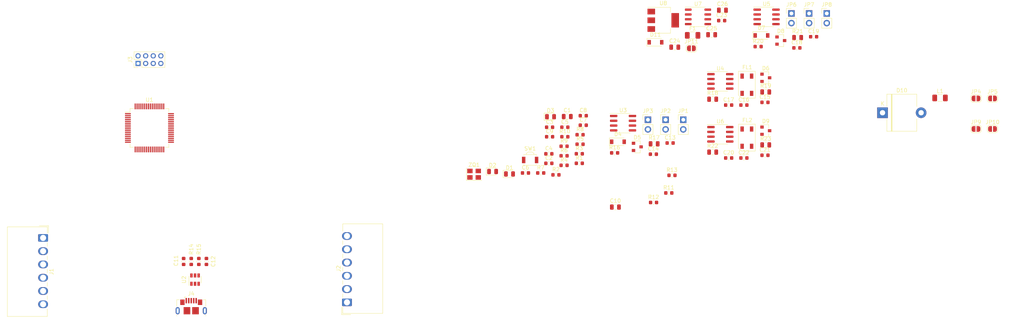
<source format=kicad_pcb>
(kicad_pcb (version 20171130) (host pcbnew 5.1.7-a382d34a8~88~ubuntu20.04.1)
  (layers (0 F.Cu signal) (31 B.Cu signal) (34 B.Paste user) (35 F.Paste user) (36 B.SilkS user) (37 F.SilkS user) (38 B.Mask user) (39 F.Mask user) (44 Edge.Cuts user))
  (net 0 "")
  (net 1 GND)
  (net 2 RESET)
  (net 3 HFQ1)
  (net 4 "Net-(C3-Pad1)")
  (net 5 +3V3)
  (net 6 +5V)
  (net 7 USB-)
  (net 8 USB+)
  (net 9 "Net-(C13-Pad1)")
  (net 10 "Net-(C14-Pad1)")
  (net 11 "Net-(C15-Pad1)")
  (net 12 CAN1_L)
  (net 13 CAN1_H)
  (net 14 "Net-(C18-Pad1)")
  (net 15 "Net-(C19-Pad1)")
  (net 16 "Net-(C20-Pad1)")
  (net 17 CAN2_L)
  (net 18 CAN2_H)
  (net 19 "Net-(C23-Pad1)")
  (net 20 "Net-(D1-Pad2)")
  (net 21 "Net-(D2-Pad2)")
  (net 22 "Net-(D3-Pad2)")
  (net 23 "Net-(D4-Pad2)")
  (net 24 "Net-(D4-Pad1)")
  (net 25 LIN1)
  (net 26 "Net-(D5-Pad1)")
  (net 27 "Net-(D7-Pad2)")
  (net 28 "Net-(D7-Pad1)")
  (net 29 LIN2)
  (net 30 "Net-(D8-Pad1)")
  (net 31 ECU)
  (net 32 "Net-(D10-Pad1)")
  (net 33 "Net-(FL1-Pad1)")
  (net 34 "Net-(FL1-Pad2)")
  (net 35 "Net-(FL2-Pad1)")
  (net 36 "Net-(FL2-Pad2)")
  (net 37 "Net-(J3-Pad7)")
  (net 38 "Net-(J3-Pad6)")
  (net 39 "Net-(J3-Pad5)")
  (net 40 "Net-(J3-Pad4)")
  (net 41 "Net-(J3-Pad3)")
  (net 42 /CORE/sheet600A49FA/usb1+)
  (net 43 /CORE/sheet600A49FA/usb1-)
  (net 44 "Net-(JP3-Pad1)")
  (net 45 "Net-(JP8-Pad1)")
  (net 46 "Net-(JP11-Pad2)")
  (net 47 LED1)
  (net 48 LED2)
  (net 49 LED3)
  (net 50 HFQ2)
  (net 51 SWCLK)
  (net 52 SWO)
  (net 53 SWDIO)
  (net 54 DBG_TX)
  (net 55 DBG_RX)
  (net 56 VBUS)
  (net 57 /CORE/sheet600A49FA/usb2+)
  (net 58 DISC)
  (net 59 /CORE/sheet600A49FA/usb2-)
  (net 60 /CORE/LIN1_RX)
  (net 61 "Net-(JP4-Pad2)")
  (net 62 "Net-(JP5-Pad2)")
  (net 63 /CORE/LIN2_RX)
  (net 64 "Net-(JP9-Pad2)")
  (net 65 "Net-(JP10-Pad2)")
  (net 66 /CORE/CAN1_TX)
  (net 67 /CORE/CAN1_RX)
  (net 68 /CORE/LIN2_TX)
  (net 69 /CORE/~LIN2_SLP)
  (net 70 "Net-(U1-Pad56)")
  (net 71 "Net-(U1-Pad54)")
  (net 72 "Net-(U1-Pad53)")
  (net 73 "Net-(U1-Pad52)")
  (net 74 "Net-(U1-Pad51)")
  (net 75 "Net-(U1-Pad50)")
  (net 76 "Net-(U1-Pad40)")
  (net 77 "Net-(U1-Pad39)")
  (net 78 "Net-(U1-Pad38)")
  (net 79 "Net-(U1-Pad37)")
  (net 80 "Net-(U1-Pad36)")
  (net 81 /CORE/CAN2_STB)
  (net 82 /CORE/CAN2_TX)
  (net 83 /CORE/CAN2_RX)
  (net 84 "Net-(U1-Pad30)")
  (net 85 /CORE/CAN1_STB)
  (net 86 "Net-(U1-Pad28)")
  (net 87 "Net-(U1-Pad27)")
  (net 88 "Net-(U1-Pad26)")
  (net 89 "Net-(U1-Pad25)")
  (net 90 "Net-(U1-Pad24)")
  (net 91 "Net-(U1-Pad23)")
  (net 92 "Net-(U1-Pad22)")
  (net 93 "Net-(U1-Pad21)")
  (net 94 "Net-(U1-Pad20)")
  (net 95 /CORE/LIN1_TX)
  (net 96 /CORE/~LIN1_SLP)
  (net 97 "Net-(U1-Pad11)")
  (net 98 "Net-(U1-Pad4)")
  (net 99 "Net-(U1-Pad3)")
  (net 100 "Net-(U1-Pad2)")
  (net 101 "Net-(U3-Pad3)")
  (net 102 "Net-(U5-Pad3)")
  (net 103 "Net-(D11-Pad2)")
  (module Inductor_SMD:L_1206_3216Metric (layer F.Cu) (at 307.14 41.1)
    (fp_text reference L1 (at 0 -1.82) (layer F.SilkS))
    (fp_text value L_Core_Iron)
    (pad 2 smd roundrect (at 1.4 0) (size 1.25 1.75) (layers F.Cu F.Paste F.Mask) (roundrect_rratio 0.2) (net 103 "Net-(D11-Pad2)"))
    (pad 1 smd roundrect (at -1.4 0) (size 1.25 1.75) (layers F.Cu F.Paste F.Mask) (roundrect_rratio 0.2) (net 32 "Net-(D10-Pad1)"))
  )
  (module Jumper:SolderJumper-2_P1.3mm_Open_RoundedPad1.0x1.5mm (layer F.Cu) (at 320.96 49.27)
    (fp_text reference JP10 (at 0 -1.8) (layer F.SilkS))
    (fp_text value SolderJumper_2_Open)
    (pad 2 smd custom (at 0.65 0) (size 1 0.5) (layers F.Cu F.Mask) (net 65 "Net-(JP10-Pad2)") (options (clearance outline) (anchor rect)) (primitives (gr_circle (center 0 0.25) (end 0.5 0.25) (width 0)) (gr_circle (center 0 -0.25) (end 0.5 -0.25) (width 0)) (gr_poly (pts (xy 0 -0.75) (xy -0.5 -0.75) (xy -0.5 0.75) (xy 0 0.75)) (width 0))))
    (pad 1 smd custom (at -0.65 0) (size 1 0.5) (layers F.Cu F.Mask) (net 35 "Net-(FL2-Pad1)") (options (clearance outline) (anchor rect)) (primitives (gr_circle (center 0 0.25) (end 0.5 0.25) (width 0)) (gr_circle (center 0 -0.25) (end 0.5 -0.25) (width 0)) (gr_poly (pts (xy 0 -0.75) (xy 0.5 -0.75) (xy 0.5 0.75) (xy 0 0.75)) (width 0))))
  )
  (module Jumper:SolderJumper-2_P1.3mm_Open_RoundedPad1.0x1.5mm (layer F.Cu) (at 316.61 49.27)
    (fp_text reference JP9 (at 0 -1.8) (layer F.SilkS))
    (fp_text value SolderJumper_2_Open)
    (pad 2 smd custom (at 0.65 0) (size 1 0.5) (layers F.Cu F.Mask) (net 64 "Net-(JP9-Pad2)") (options (clearance outline) (anchor rect)) (primitives (gr_circle (center 0 0.25) (end 0.5 0.25) (width 0)) (gr_circle (center 0 -0.25) (end 0.5 -0.25) (width 0)) (gr_poly (pts (xy 0 -0.75) (xy -0.5 -0.75) (xy -0.5 0.75) (xy 0 0.75)) (width 0))))
    (pad 1 smd custom (at -0.65 0) (size 1 0.5) (layers F.Cu F.Mask) (net 36 "Net-(FL2-Pad2)") (options (clearance outline) (anchor rect)) (primitives (gr_circle (center 0 0.25) (end 0.5 0.25) (width 0)) (gr_circle (center 0 -0.25) (end 0.5 -0.25) (width 0)) (gr_poly (pts (xy 0 -0.75) (xy 0.5 -0.75) (xy 0.5 0.75) (xy 0 0.75)) (width 0))))
  )
  (module Jumper:SolderJumper-2_P1.3mm_Open_RoundedPad1.0x1.5mm (layer F.Cu) (at 320.96 41.23)
    (fp_text reference JP5 (at 0 -1.8) (layer F.SilkS))
    (fp_text value SolderJumper_2_Open)
    (pad 2 smd custom (at 0.65 0) (size 1 0.5) (layers F.Cu F.Mask) (net 62 "Net-(JP5-Pad2)") (options (clearance outline) (anchor rect)) (primitives (gr_circle (center 0 0.25) (end 0.5 0.25) (width 0)) (gr_circle (center 0 -0.25) (end 0.5 -0.25) (width 0)) (gr_poly (pts (xy 0 -0.75) (xy -0.5 -0.75) (xy -0.5 0.75) (xy 0 0.75)) (width 0))))
    (pad 1 smd custom (at -0.65 0) (size 1 0.5) (layers F.Cu F.Mask) (net 33 "Net-(FL1-Pad1)") (options (clearance outline) (anchor rect)) (primitives (gr_circle (center 0 0.25) (end 0.5 0.25) (width 0)) (gr_circle (center 0 -0.25) (end 0.5 -0.25) (width 0)) (gr_poly (pts (xy 0 -0.75) (xy 0.5 -0.75) (xy 0.5 0.75) (xy 0 0.75)) (width 0))))
  )
  (module Jumper:SolderJumper-2_P1.3mm_Open_RoundedPad1.0x1.5mm (layer F.Cu) (at 316.61 41.23)
    (fp_text reference JP4 (at 0 -1.8) (layer F.SilkS))
    (fp_text value SolderJumper_2_Open)
    (pad 2 smd custom (at 0.65 0) (size 1 0.5) (layers F.Cu F.Mask) (net 61 "Net-(JP4-Pad2)") (options (clearance outline) (anchor rect)) (primitives (gr_circle (center 0 0.25) (end 0.5 0.25) (width 0)) (gr_circle (center 0 -0.25) (end 0.5 -0.25) (width 0)) (gr_poly (pts (xy 0 -0.75) (xy -0.5 -0.75) (xy -0.5 0.75) (xy 0 0.75)) (width 0))))
    (pad 1 smd custom (at -0.65 0) (size 1 0.5) (layers F.Cu F.Mask) (net 34 "Net-(FL1-Pad2)") (options (clearance outline) (anchor rect)) (primitives (gr_circle (center 0 0.25) (end 0.5 0.25) (width 0)) (gr_circle (center 0 -0.25) (end 0.5 -0.25) (width 0)) (gr_poly (pts (xy 0 -0.75) (xy 0.5 -0.75) (xy 0.5 0.75) (xy 0 0.75)) (width 0))))
  )
  (module Diode_THT:D_5KP_P10.16mm_Horizontal (layer F.Cu) (at 292 45)
    (fp_text reference D10 (at 5.08 -5.885) (layer F.SilkS))
    (fp_text value 5KP15CA)
    (fp_text user K (at 0 -2.4) (layer F.SilkS))
    (pad 2 thru_hole oval (at 10.16 0) (size 2.8 2.8) (drill 1.4) (layers *.Cu *.Mask) (net 1 GND))
    (pad 1 thru_hole rect (at 0 0) (size 2.8 2.8) (drill 1.4) (layers *.Cu *.Mask) (net 32 "Net-(D10-Pad1)"))
  )
  (module Crystal:Crystal_SMD_3225-4Pin_3.2x2.5mm (layer F.Cu) (at 184.47 61.2)
    (fp_text reference ZQ1 (at 0 -2.45) (layer F.SilkS))
    (fp_text value 8MHz)
    (pad 4 smd rect (at -1.1 -0.85) (size 1.4 1.2) (layers F.Cu F.Paste F.Mask) (net 1 GND))
    (pad 3 smd rect (at 1.1 -0.85) (size 1.4 1.2) (layers F.Cu F.Paste F.Mask) (net 4 "Net-(C3-Pad1)"))
    (pad 2 smd rect (at 1.1 0.85) (size 1.4 1.2) (layers F.Cu F.Paste F.Mask) (net 1 GND))
    (pad 1 smd rect (at -1.1 0.85) (size 1.4 1.2) (layers F.Cu F.Paste F.Mask) (net 3 HFQ1))
  )
  (module Package_TO_SOT_SMD:SOT-223-3_TabPin2 (layer F.Cu) (at 234.27 20.62)
    (fp_text reference U8 (at 0 -4.5) (layer F.SilkS))
    (fp_text value LM3940IMP-3.3)
    (pad 1 smd rect (at -3.15 -2.3) (size 2 1.5) (layers F.Cu F.Paste F.Mask) (net 6 +5V))
    (pad 3 smd rect (at -3.15 2.3) (size 2 1.5) (layers F.Cu F.Paste F.Mask) (net 5 +3V3))
    (pad 2 smd rect (at -3.15 0) (size 2 1.5) (layers F.Cu F.Paste F.Mask) (net 1 GND))
    (pad 2 smd rect (at 3.15 0) (size 2 3.8) (layers F.Cu F.Paste F.Mask) (net 1 GND))
  )
  (module Package_SO:SO-8_3.9x4.9mm_P1.27mm (layer F.Cu) (at 243.42 19.72)
    (fp_text reference U7 (at 0 -3.4) (layer F.SilkS))
    (fp_text value KF50BD-TR)
    (pad 8 smd roundrect (at 2.575 -1.905) (size 1.75 0.6) (layers F.Cu F.Paste F.Mask) (net 6 +5V))
    (pad 7 smd roundrect (at 2.575 -0.635) (size 1.75 0.6) (layers F.Cu F.Paste F.Mask) (net 1 GND))
    (pad 6 smd roundrect (at 2.575 0.635) (size 1.75 0.6) (layers F.Cu F.Paste F.Mask) (net 1 GND))
    (pad 5 smd roundrect (at 2.575 1.905) (size 1.75 0.6) (layers F.Cu F.Paste F.Mask) (net 46 "Net-(JP11-Pad2)"))
    (pad 4 smd roundrect (at -2.575 1.905) (size 1.75 0.6) (layers F.Cu F.Paste F.Mask) (net 1 GND))
    (pad 3 smd roundrect (at -2.575 0.635) (size 1.75 0.6) (layers F.Cu F.Paste F.Mask) (net 1 GND))
    (pad 2 smd roundrect (at -2.575 -0.635) (size 1.75 0.6) (layers F.Cu F.Paste F.Mask) (net 1 GND))
    (pad 1 smd roundrect (at -2.575 -1.905) (size 1.75 0.6) (layers F.Cu F.Paste F.Mask) (net 19 "Net-(C23-Pad1)"))
  )
  (module Package_SO:SOIC-8_3.9x4.9mm_P1.27mm (layer F.Cu) (at 249.3 50.68)
    (fp_text reference U6 (at 0 -3.4) (layer F.SilkS))
    (fp_text value TJA1051T-3)
    (pad 8 smd roundrect (at 2.475 -1.905) (size 1.95 0.6) (layers F.Cu F.Paste F.Mask) (net 81 /CORE/CAN2_STB))
    (pad 7 smd roundrect (at 2.475 -0.635) (size 1.95 0.6) (layers F.Cu F.Paste F.Mask) (net 35 "Net-(FL2-Pad1)"))
    (pad 6 smd roundrect (at 2.475 0.635) (size 1.95 0.6) (layers F.Cu F.Paste F.Mask) (net 36 "Net-(FL2-Pad2)"))
    (pad 5 smd roundrect (at 2.475 1.905) (size 1.95 0.6) (layers F.Cu F.Paste F.Mask) (net 5 +3V3))
    (pad 4 smd roundrect (at -2.475 1.905) (size 1.95 0.6) (layers F.Cu F.Paste F.Mask) (net 83 /CORE/CAN2_RX))
    (pad 3 smd roundrect (at -2.475 0.635) (size 1.95 0.6) (layers F.Cu F.Paste F.Mask) (net 6 +5V))
    (pad 2 smd roundrect (at -2.475 -0.635) (size 1.95 0.6) (layers F.Cu F.Paste F.Mask) (net 1 GND))
    (pad 1 smd roundrect (at -2.475 -1.905) (size 1.95 0.6) (layers F.Cu F.Paste F.Mask) (net 82 /CORE/CAN2_TX))
  )
  (module Package_SO:SOIC-8_3.9x4.9mm_P1.27mm (layer F.Cu) (at 261.47 19.72)
    (fp_text reference U5 (at 0 -3.4) (layer F.SilkS))
    (fp_text value TJA1020T)
    (pad 8 smd roundrect (at 2.475 -1.905) (size 1.95 0.6) (layers F.Cu F.Paste F.Mask) (net 27 "Net-(D7-Pad2)"))
    (pad 7 smd roundrect (at 2.475 -0.635) (size 1.95 0.6) (layers F.Cu F.Paste F.Mask) (net 31 ECU))
    (pad 6 smd roundrect (at 2.475 0.635) (size 1.95 0.6) (layers F.Cu F.Paste F.Mask) (net 29 LIN2))
    (pad 5 smd roundrect (at 2.475 1.905) (size 1.95 0.6) (layers F.Cu F.Paste F.Mask) (net 1 GND))
    (pad 4 smd roundrect (at -2.475 1.905) (size 1.95 0.6) (layers F.Cu F.Paste F.Mask) (net 68 /CORE/LIN2_TX))
    (pad 3 smd roundrect (at -2.475 0.635) (size 1.95 0.6) (layers F.Cu F.Paste F.Mask) (net 102 "Net-(U5-Pad3)"))
    (pad 2 smd roundrect (at -2.475 -0.635) (size 1.95 0.6) (layers F.Cu F.Paste F.Mask) (net 69 /CORE/~LIN2_SLP))
    (pad 1 smd roundrect (at -2.475 -1.905) (size 1.95 0.6) (layers F.Cu F.Paste F.Mask) (net 63 /CORE/LIN2_RX))
  )
  (module Package_SO:SOIC-8_3.9x4.9mm_P1.27mm (layer F.Cu) (at 249.3 36.73)
    (fp_text reference U4 (at 0 -3.4) (layer F.SilkS))
    (fp_text value TJA1051T-3)
    (pad 8 smd roundrect (at 2.475 -1.905) (size 1.95 0.6) (layers F.Cu F.Paste F.Mask) (net 85 /CORE/CAN1_STB))
    (pad 7 smd roundrect (at 2.475 -0.635) (size 1.95 0.6) (layers F.Cu F.Paste F.Mask) (net 33 "Net-(FL1-Pad1)"))
    (pad 6 smd roundrect (at 2.475 0.635) (size 1.95 0.6) (layers F.Cu F.Paste F.Mask) (net 34 "Net-(FL1-Pad2)"))
    (pad 5 smd roundrect (at 2.475 1.905) (size 1.95 0.6) (layers F.Cu F.Paste F.Mask) (net 5 +3V3))
    (pad 4 smd roundrect (at -2.475 1.905) (size 1.95 0.6) (layers F.Cu F.Paste F.Mask) (net 67 /CORE/CAN1_RX))
    (pad 3 smd roundrect (at -2.475 0.635) (size 1.95 0.6) (layers F.Cu F.Paste F.Mask) (net 6 +5V))
    (pad 2 smd roundrect (at -2.475 -0.635) (size 1.95 0.6) (layers F.Cu F.Paste F.Mask) (net 1 GND))
    (pad 1 smd roundrect (at -2.475 -1.905) (size 1.95 0.6) (layers F.Cu F.Paste F.Mask) (net 66 /CORE/CAN1_TX))
  )
  (module Package_SO:SOIC-8_3.9x4.9mm_P1.27mm (layer F.Cu) (at 223.69 47.75)
    (fp_text reference U3 (at 0 -3.4) (layer F.SilkS))
    (fp_text value TJA1020T)
    (pad 8 smd roundrect (at 2.475 -1.905) (size 1.95 0.6) (layers F.Cu F.Paste F.Mask) (net 23 "Net-(D4-Pad2)"))
    (pad 7 smd roundrect (at 2.475 -0.635) (size 1.95 0.6) (layers F.Cu F.Paste F.Mask) (net 31 ECU))
    (pad 6 smd roundrect (at 2.475 0.635) (size 1.95 0.6) (layers F.Cu F.Paste F.Mask) (net 25 LIN1))
    (pad 5 smd roundrect (at 2.475 1.905) (size 1.95 0.6) (layers F.Cu F.Paste F.Mask) (net 1 GND))
    (pad 4 smd roundrect (at -2.475 1.905) (size 1.95 0.6) (layers F.Cu F.Paste F.Mask) (net 95 /CORE/LIN1_TX))
    (pad 3 smd roundrect (at -2.475 0.635) (size 1.95 0.6) (layers F.Cu F.Paste F.Mask) (net 101 "Net-(U3-Pad3)"))
    (pad 2 smd roundrect (at -2.475 -0.635) (size 1.95 0.6) (layers F.Cu F.Paste F.Mask) (net 96 /CORE/~LIN1_SLP))
    (pad 1 smd roundrect (at -2.475 -1.905) (size 1.95 0.6) (layers F.Cu F.Paste F.Mask) (net 60 /CORE/LIN1_RX))
  )
  (module Package_TO_SOT_SMD:SOT-23-6 (layer F.Cu) (at 111 89 90)
    (fp_text reference U2 (at 0 -2.9 90) (layer F.SilkS))
    (fp_text value USBLC6-2SC6 hide)
    (pad 5 smd rect (at 1.1 0 90) (size 1.06 0.65) (layers F.Cu F.Paste F.Mask) (net 6 +5V))
    (pad 6 smd rect (at 1.1 -0.95 90) (size 1.06 0.65) (layers F.Cu F.Paste F.Mask) (net 57 /CORE/sheet600A49FA/usb2+))
    (pad 4 smd rect (at 1.1 0.95 90) (size 1.06 0.65) (layers F.Cu F.Paste F.Mask) (net 59 /CORE/sheet600A49FA/usb2-))
    (pad 3 smd rect (at -1.1 0.95 90) (size 1.06 0.65) (layers F.Cu F.Paste F.Mask) (net 43 /CORE/sheet600A49FA/usb1-))
    (pad 2 smd rect (at -1.1 0 90) (size 1.06 0.65) (layers F.Cu F.Paste F.Mask) (net 1 GND))
    (pad 1 smd rect (at -1.1 -0.95 90) (size 1.06 0.65) (layers F.Cu F.Paste F.Mask) (net 42 /CORE/sheet600A49FA/usb1+))
  )
  (module Package_QFP:LQFP-64_10x10mm_P0.5mm (layer F.Cu) (at 99 49)
    (fp_text reference U1 (at 0 -7.4) (layer F.SilkS))
    (fp_text value STM32F105RBTx)
    (pad 64 smd roundrect (at -3.75 -5.675) (size 0.3 1.55) (layers F.Cu F.Paste F.Mask) (net 5 +3V3))
    (pad 63 smd roundrect (at -3.25 -5.675) (size 0.3 1.55) (layers F.Cu F.Paste F.Mask) (net 1 GND))
    (pad 62 smd roundrect (at -2.75 -5.675) (size 0.3 1.55) (layers F.Cu F.Paste F.Mask) (net 66 /CORE/CAN1_TX))
    (pad 61 smd roundrect (at -2.25 -5.675) (size 0.3 1.55) (layers F.Cu F.Paste F.Mask) (net 67 /CORE/CAN1_RX))
    (pad 60 smd roundrect (at -1.75 -5.675) (size 0.3 1.55) (layers F.Cu F.Paste F.Mask) (net 1 GND))
    (pad 59 smd roundrect (at -1.25 -5.675) (size 0.3 1.55) (layers F.Cu F.Paste F.Mask) (net 63 /CORE/LIN2_RX))
    (pad 58 smd roundrect (at -0.75 -5.675) (size 0.3 1.55) (layers F.Cu F.Paste F.Mask) (net 68 /CORE/LIN2_TX))
    (pad 57 smd roundrect (at -0.25 -5.675) (size 0.3 1.55) (layers F.Cu F.Paste F.Mask) (net 69 /CORE/~LIN2_SLP))
    (pad 56 smd roundrect (at 0.25 -5.675) (size 0.3 1.55) (layers F.Cu F.Paste F.Mask) (net 70 "Net-(U1-Pad56)"))
    (pad 55 smd roundrect (at 0.75 -5.675) (size 0.3 1.55) (layers F.Cu F.Paste F.Mask) (net 52 SWO))
    (pad 54 smd roundrect (at 1.25 -5.675) (size 0.3 1.55) (layers F.Cu F.Paste F.Mask) (net 71 "Net-(U1-Pad54)"))
    (pad 53 smd roundrect (at 1.75 -5.675) (size 0.3 1.55) (layers F.Cu F.Paste F.Mask) (net 72 "Net-(U1-Pad53)"))
    (pad 52 smd roundrect (at 2.25 -5.675) (size 0.3 1.55) (layers F.Cu F.Paste F.Mask) (net 73 "Net-(U1-Pad52)"))
    (pad 51 smd roundrect (at 2.75 -5.675) (size 0.3 1.55) (layers F.Cu F.Paste F.Mask) (net 74 "Net-(U1-Pad51)"))
    (pad 50 smd roundrect (at 3.25 -5.675) (size 0.3 1.55) (layers F.Cu F.Paste F.Mask) (net 75 "Net-(U1-Pad50)"))
    (pad 49 smd roundrect (at 3.75 -5.675) (size 0.3 1.55) (layers F.Cu F.Paste F.Mask) (net 51 SWCLK))
    (pad 48 smd roundrect (at 5.675 -3.75) (size 1.55 0.3) (layers F.Cu F.Paste F.Mask) (net 5 +3V3))
    (pad 47 smd roundrect (at 5.675 -3.25) (size 1.55 0.3) (layers F.Cu F.Paste F.Mask) (net 1 GND))
    (pad 46 smd roundrect (at 5.675 -2.75) (size 1.55 0.3) (layers F.Cu F.Paste F.Mask) (net 53 SWDIO))
    (pad 45 smd roundrect (at 5.675 -2.25) (size 1.55 0.3) (layers F.Cu F.Paste F.Mask) (net 8 USB+))
    (pad 44 smd roundrect (at 5.675 -1.75) (size 1.55 0.3) (layers F.Cu F.Paste F.Mask) (net 7 USB-))
    (pad 43 smd roundrect (at 5.675 -1.25) (size 1.55 0.3) (layers F.Cu F.Paste F.Mask) (net 55 DBG_RX))
    (pad 42 smd roundrect (at 5.675 -0.75) (size 1.55 0.3) (layers F.Cu F.Paste F.Mask) (net 54 DBG_TX))
    (pad 41 smd roundrect (at 5.675 -0.25) (size 1.55 0.3) (layers F.Cu F.Paste F.Mask) (net 58 DISC))
    (pad 40 smd roundrect (at 5.675 0.25) (size 1.55 0.3) (layers F.Cu F.Paste F.Mask) (net 76 "Net-(U1-Pad40)"))
    (pad 39 smd roundrect (at 5.675 0.75) (size 1.55 0.3) (layers F.Cu F.Paste F.Mask) (net 77 "Net-(U1-Pad39)"))
    (pad 38 smd roundrect (at 5.675 1.25) (size 1.55 0.3) (layers F.Cu F.Paste F.Mask) (net 78 "Net-(U1-Pad38)"))
    (pad 37 smd roundrect (at 5.675 1.75) (size 1.55 0.3) (layers F.Cu F.Paste F.Mask) (net 79 "Net-(U1-Pad37)"))
    (pad 36 smd roundrect (at 5.675 2.25) (size 1.55 0.3) (layers F.Cu F.Paste F.Mask) (net 80 "Net-(U1-Pad36)"))
    (pad 35 smd roundrect (at 5.675 2.75) (size 1.55 0.3) (layers F.Cu F.Paste F.Mask) (net 81 /CORE/CAN2_STB))
    (pad 34 smd roundrect (at 5.675 3.25) (size 1.55 0.3) (layers F.Cu F.Paste F.Mask) (net 82 /CORE/CAN2_TX))
    (pad 33 smd roundrect (at 5.675 3.75) (size 1.55 0.3) (layers F.Cu F.Paste F.Mask) (net 83 /CORE/CAN2_RX))
    (pad 32 smd roundrect (at 3.75 5.675) (size 0.3 1.55) (layers F.Cu F.Paste F.Mask) (net 5 +3V3))
    (pad 31 smd roundrect (at 3.25 5.675) (size 0.3 1.55) (layers F.Cu F.Paste F.Mask) (net 1 GND))
    (pad 30 smd roundrect (at 2.75 5.675) (size 0.3 1.55) (layers F.Cu F.Paste F.Mask) (net 84 "Net-(U1-Pad30)"))
    (pad 29 smd roundrect (at 2.25 5.675) (size 0.3 1.55) (layers F.Cu F.Paste F.Mask) (net 85 /CORE/CAN1_STB))
    (pad 28 smd roundrect (at 1.75 5.675) (size 0.3 1.55) (layers F.Cu F.Paste F.Mask) (net 86 "Net-(U1-Pad28)"))
    (pad 27 smd roundrect (at 1.25 5.675) (size 0.3 1.55) (layers F.Cu F.Paste F.Mask) (net 87 "Net-(U1-Pad27)"))
    (pad 26 smd roundrect (at 0.75 5.675) (size 0.3 1.55) (layers F.Cu F.Paste F.Mask) (net 88 "Net-(U1-Pad26)"))
    (pad 25 smd roundrect (at 0.25 5.675) (size 0.3 1.55) (layers F.Cu F.Paste F.Mask) (net 89 "Net-(U1-Pad25)"))
    (pad 24 smd roundrect (at -0.25 5.675) (size 0.3 1.55) (layers F.Cu F.Paste F.Mask) (net 90 "Net-(U1-Pad24)"))
    (pad 23 smd roundrect (at -0.75 5.675) (size 0.3 1.55) (layers F.Cu F.Paste F.Mask) (net 91 "Net-(U1-Pad23)"))
    (pad 22 smd roundrect (at -1.25 5.675) (size 0.3 1.55) (layers F.Cu F.Paste F.Mask) (net 92 "Net-(U1-Pad22)"))
    (pad 21 smd roundrect (at -1.75 5.675) (size 0.3 1.55) (layers F.Cu F.Paste F.Mask) (net 93 "Net-(U1-Pad21)"))
    (pad 20 smd roundrect (at -2.25 5.675) (size 0.3 1.55) (layers F.Cu F.Paste F.Mask) (net 94 "Net-(U1-Pad20)"))
    (pad 19 smd roundrect (at -2.75 5.675) (size 0.3 1.55) (layers F.Cu F.Paste F.Mask) (net 5 +3V3))
    (pad 18 smd roundrect (at -3.25 5.675) (size 0.3 1.55) (layers F.Cu F.Paste F.Mask) (net 1 GND))
    (pad 17 smd roundrect (at -3.75 5.675) (size 0.3 1.55) (layers F.Cu F.Paste F.Mask) (net 60 /CORE/LIN1_RX))
    (pad 16 smd roundrect (at -5.675 3.75) (size 1.55 0.3) (layers F.Cu F.Paste F.Mask) (net 95 /CORE/LIN1_TX))
    (pad 15 smd roundrect (at -5.675 3.25) (size 1.55 0.3) (layers F.Cu F.Paste F.Mask) (net 96 /CORE/~LIN1_SLP))
    (pad 14 smd roundrect (at -5.675 2.75) (size 1.55 0.3) (layers F.Cu F.Paste F.Mask) (net 56 VBUS))
    (pad 13 smd roundrect (at -5.675 2.25) (size 1.55 0.3) (layers F.Cu F.Paste F.Mask) (net 5 +3V3))
    (pad 12 smd roundrect (at -5.675 1.75) (size 1.55 0.3) (layers F.Cu F.Paste F.Mask) (net 1 GND))
    (pad 11 smd roundrect (at -5.675 1.25) (size 1.55 0.3) (layers F.Cu F.Paste F.Mask) (net 97 "Net-(U1-Pad11)"))
    (pad 10 smd roundrect (at -5.675 0.75) (size 1.55 0.3) (layers F.Cu F.Paste F.Mask) (net 49 LED3))
    (pad 9 smd roundrect (at -5.675 0.25) (size 1.55 0.3) (layers F.Cu F.Paste F.Mask) (net 48 LED2))
    (pad 8 smd roundrect (at -5.675 -0.25) (size 1.55 0.3) (layers F.Cu F.Paste F.Mask) (net 47 LED1))
    (pad 7 smd roundrect (at -5.675 -0.75) (size 1.55 0.3) (layers F.Cu F.Paste F.Mask) (net 2 RESET))
    (pad 6 smd roundrect (at -5.675 -1.25) (size 1.55 0.3) (layers F.Cu F.Paste F.Mask) (net 50 HFQ2))
    (pad 5 smd roundrect (at -5.675 -1.75) (size 1.55 0.3) (layers F.Cu F.Paste F.Mask) (net 3 HFQ1))
    (pad 4 smd roundrect (at -5.675 -2.25) (size 1.55 0.3) (layers F.Cu F.Paste F.Mask) (net 98 "Net-(U1-Pad4)"))
    (pad 3 smd roundrect (at -5.675 -2.75) (size 1.55 0.3) (layers F.Cu F.Paste F.Mask) (net 99 "Net-(U1-Pad3)"))
    (pad 2 smd roundrect (at -5.675 -3.25) (size 1.55 0.3) (layers F.Cu F.Paste F.Mask) (net 100 "Net-(U1-Pad2)"))
    (pad 1 smd roundrect (at -5.675 -3.75) (size 1.55 0.3) (layers F.Cu F.Paste F.Mask) (net 5 +3V3))
  )
  (module Button_Switch_SMD:SW_SPST_B3U-3000P (layer F.Cu) (at 199.22 57.45)
    (fp_text reference SW1 (at 0 -3) (layer F.SilkS))
    (fp_text value RST)
    (pad 2 smd rect (at 1.7 0) (size 0.9 1.7) (layers F.Cu F.Paste F.Mask) (net 2 RESET))
    (pad 1 smd rect (at -1.7 0) (size 0.9 1.7) (layers F.Cu F.Paste F.Mask) (net 1 GND))
  )
  (module Resistor_SMD:R_0805_2012Metric (layer F.Cu) (at 261.25 53.48)
    (fp_text reference R23 (at 0 -1.65) (layer F.SilkS))
    (fp_text value 60.4)
    (pad 2 smd roundrect (at 0.9375 0) (size 0.975 1.4) (layers F.Cu F.Paste F.Mask) (net 16 "Net-(C20-Pad1)"))
    (pad 1 smd roundrect (at -0.9375 0) (size 0.975 1.4) (layers F.Cu F.Paste F.Mask) (net 65 "Net-(JP10-Pad2)"))
  )
  (module Resistor_SMD:R_0805_2012Metric (layer F.Cu) (at 247.28 55.38)
    (fp_text reference R22 (at 0 -1.65) (layer F.SilkS))
    (fp_text value 60.4)
    (pad 2 smd roundrect (at 0.9375 0) (size 0.975 1.4) (layers F.Cu F.Paste F.Mask) (net 16 "Net-(C20-Pad1)"))
    (pad 1 smd roundrect (at -0.9375 0) (size 0.975 1.4) (layers F.Cu F.Paste F.Mask) (net 64 "Net-(JP9-Pad2)"))
  )
  (module Resistor_SMD:R_0805_2012Metric (layer F.Cu) (at 269.65 25.17)
    (fp_text reference R21 (at 0 -1.65) (layer F.SilkS))
    (fp_text value 1k)
    (pad 2 smd roundrect (at 0.9375 0) (size 0.975 1.4) (layers F.Cu F.Paste F.Mask) (net 28 "Net-(D7-Pad1)"))
    (pad 1 smd roundrect (at -0.9375 0) (size 0.975 1.4) (layers F.Cu F.Paste F.Mask) (net 45 "Net-(JP8-Pad1)"))
  )
  (module Resistor_SMD:R_0603_1608Metric (layer F.Cu) (at 259.25 27.55)
    (fp_text reference R20 (at 0 -1.43) (layer F.SilkS))
    (fp_text value 10k)
    (pad 2 smd roundrect (at 0.7875 0) (size 0.875 0.95) (layers F.Cu F.Paste F.Mask) (net 63 /CORE/LIN2_RX))
    (pad 1 smd roundrect (at -0.7875 0) (size 0.875 0.95) (layers F.Cu F.Paste F.Mask) (net 5 +3V3))
  )
  (module Resistor_SMD:R_0805_2012Metric (layer F.Cu) (at 261.25 39.53)
    (fp_text reference R19 (at 0 -1.65) (layer F.SilkS))
    (fp_text value 60.4)
    (pad 2 smd roundrect (at 0.9375 0) (size 0.975 1.4) (layers F.Cu F.Paste F.Mask) (net 11 "Net-(C15-Pad1)"))
    (pad 1 smd roundrect (at -0.9375 0) (size 0.975 1.4) (layers F.Cu F.Paste F.Mask) (net 62 "Net-(JP5-Pad2)"))
  )
  (module Resistor_SMD:R_0805_2012Metric (layer F.Cu) (at 247.28 41.43)
    (fp_text reference R18 (at 0 -1.65) (layer F.SilkS))
    (fp_text value 60.4)
    (pad 2 smd roundrect (at 0.9375 0) (size 0.975 1.4) (layers F.Cu F.Paste F.Mask) (net 11 "Net-(C15-Pad1)"))
    (pad 1 smd roundrect (at -0.9375 0) (size 0.975 1.4) (layers F.Cu F.Paste F.Mask) (net 61 "Net-(JP4-Pad2)"))
  )
  (module Resistor_SMD:R_0805_2012Metric (layer F.Cu) (at 231.87 53.2)
    (fp_text reference R17 (at 0 -1.65) (layer F.SilkS))
    (fp_text value 1k)
    (pad 2 smd roundrect (at 0.9375 0) (size 0.975 1.4) (layers F.Cu F.Paste F.Mask) (net 24 "Net-(D4-Pad1)"))
    (pad 1 smd roundrect (at -0.9375 0) (size 0.975 1.4) (layers F.Cu F.Paste F.Mask) (net 44 "Net-(JP3-Pad1)"))
  )
  (module Resistor_SMD:R_0603_1608Metric (layer F.Cu) (at 221.47 55.58)
    (fp_text reference R16 (at 0 -1.43) (layer F.SilkS))
    (fp_text value 10k)
    (pad 2 smd roundrect (at 0.7875 0) (size 0.875 0.95) (layers F.Cu F.Paste F.Mask) (net 60 /CORE/LIN1_RX))
    (pad 1 smd roundrect (at -0.7875 0) (size 0.875 0.95) (layers F.Cu F.Paste F.Mask) (net 5 +3V3))
  )
  (module Resistor_SMD:R_0603_1608Metric (layer F.Cu) (at 112 84.2125 270)
    (fp_text reference R15 (at -3.2125 0 90) (layer F.SilkS))
    (fp_text value 22 hide)
    (pad 2 smd roundrect (at 0.7875 0 270) (size 0.875 0.95) (layers F.Cu F.Paste F.Mask) (net 59 /CORE/sheet600A49FA/usb2-))
    (pad 1 smd roundrect (at -0.7875 0 270) (size 0.875 0.95) (layers F.Cu F.Paste F.Mask) (net 8 USB+))
  )
  (module Resistor_SMD:R_0603_1608Metric (layer F.Cu) (at 110 84.2125 270)
    (fp_text reference R14 (at -3.2125 0 90) (layer F.SilkS))
    (fp_text value 22 hide)
    (pad 2 smd roundrect (at 0.7875 0 270) (size 0.875 0.95) (layers F.Cu F.Paste F.Mask) (net 57 /CORE/sheet600A49FA/usb2+))
    (pad 1 smd roundrect (at -0.7875 0 270) (size 0.875 0.95) (layers F.Cu F.Paste F.Mask) (net 7 USB-))
  )
  (module Resistor_SMD:R_0603_1608Metric (layer F.Cu) (at 236.57 61.5)
    (fp_text reference R13 (at 0 -1.43) (layer F.SilkS))
    (fp_text value 1.5k)
    (pad 2 smd roundrect (at 0.7875 0) (size 0.875 0.95) (layers F.Cu F.Paste F.Mask) (net 57 /CORE/sheet600A49FA/usb2+))
    (pad 1 smd roundrect (at -0.7875 0) (size 0.875 0.95) (layers F.Cu F.Paste F.Mask) (net 58 DISC))
  )
  (module Resistor_SMD:R_0603_1608Metric (layer F.Cu) (at 231.72 68.66)
    (fp_text reference R12 (at 0 -1.43) (layer F.SilkS))
    (fp_text value 10k)
    (pad 2 smd roundrect (at 0.7875 0) (size 0.875 0.95) (layers F.Cu F.Paste F.Mask) (net 56 VBUS))
    (pad 1 smd roundrect (at -0.7875 0) (size 0.875 0.95) (layers F.Cu F.Paste F.Mask) (net 1 GND))
  )
  (module Resistor_SMD:R_0603_1608Metric (layer F.Cu) (at 235.73 66.15)
    (fp_text reference R11 (at 0 -1.43) (layer F.SilkS))
    (fp_text value 4.7k)
    (pad 2 smd roundrect (at 0.7875 0) (size 0.875 0.95) (layers F.Cu F.Paste F.Mask) (net 6 +5V))
    (pad 1 smd roundrect (at -0.7875 0) (size 0.875 0.95) (layers F.Cu F.Paste F.Mask) (net 56 VBUS))
  )
  (module Resistor_SMD:R_0603_1608Metric (layer F.Cu) (at 208.36 51.33)
    (fp_text reference R10 (at 0 -1.43) (layer F.SilkS))
    (fp_text value 22)
    (pad 2 smd roundrect (at 0.7875 0) (size 0.875 0.95) (layers F.Cu F.Paste F.Mask) (net 38 "Net-(J3-Pad6)"))
    (pad 1 smd roundrect (at -0.7875 0) (size 0.875 0.95) (layers F.Cu F.Paste F.Mask) (net 55 DBG_RX))
  )
  (module Resistor_SMD:R_0603_1608Metric (layer F.Cu) (at 208.16 53.84)
    (fp_text reference R9 (at 0 -1.43) (layer F.SilkS))
    (fp_text value 22)
    (pad 2 smd roundrect (at 0.7875 0) (size 0.875 0.95) (layers F.Cu F.Paste F.Mask) (net 40 "Net-(J3-Pad4)"))
    (pad 1 smd roundrect (at -0.7875 0) (size 0.875 0.95) (layers F.Cu F.Paste F.Mask) (net 54 DBG_TX))
  )
  (module Resistor_SMD:R_0603_1608Metric (layer F.Cu) (at 212.37 50.8)
    (fp_text reference R8 (at 0 -1.43) (layer F.SilkS))
    (fp_text value 22)
    (pad 2 smd roundrect (at 0.7875 0) (size 0.875 0.95) (layers F.Cu F.Paste F.Mask) (net 53 SWDIO))
    (pad 1 smd roundrect (at -0.7875 0) (size 0.875 0.95) (layers F.Cu F.Paste F.Mask) (net 37 "Net-(J3-Pad7)"))
  )
  (module Resistor_SMD:R_0603_1608Metric (layer F.Cu) (at 202.01 60.88)
    (fp_text reference R7 (at 0 -1.43) (layer F.SilkS))
    (fp_text value 22)
    (pad 2 smd roundrect (at 0.7875 0) (size 0.875 0.95) (layers F.Cu F.Paste F.Mask) (net 52 SWO))
    (pad 1 smd roundrect (at -0.7875 0) (size 0.875 0.95) (layers F.Cu F.Paste F.Mask) (net 39 "Net-(J3-Pad5)"))
  )
  (module Resistor_SMD:R_0603_1608Metric (layer F.Cu) (at 208.16 56.35)
    (fp_text reference R6 (at 0 -1.43) (layer F.SilkS))
    (fp_text value 22)
    (pad 2 smd roundrect (at 0.7875 0) (size 0.875 0.95) (layers F.Cu F.Paste F.Mask) (net 51 SWCLK))
    (pad 1 smd roundrect (at -0.7875 0) (size 0.875 0.95) (layers F.Cu F.Paste F.Mask) (net 41 "Net-(J3-Pad3)"))
  )
  (module Resistor_SMD:R_0603_1608Metric (layer F.Cu) (at 212.37 53.31)
    (fp_text reference R5 (at 0 -1.43) (layer F.SilkS))
    (fp_text value 22)
    (pad 2 smd roundrect (at 0.7875 0) (size 0.875 0.95) (layers F.Cu F.Paste F.Mask) (net 4 "Net-(C3-Pad1)"))
    (pad 1 smd roundrect (at -0.7875 0) (size 0.875 0.95) (layers F.Cu F.Paste F.Mask) (net 50 HFQ2))
  )
  (module Resistor_SMD:R_0603_1608Metric (layer F.Cu) (at 208.16 58.86)
    (fp_text reference R4 (at 0 -1.43) (layer F.SilkS))
    (fp_text value 680)
    (pad 2 smd roundrect (at 0.7875 0) (size 0.875 0.95) (layers F.Cu F.Paste F.Mask) (net 22 "Net-(D3-Pad2)"))
    (pad 1 smd roundrect (at -0.7875 0) (size 0.875 0.95) (layers F.Cu F.Paste F.Mask) (net 49 LED3))
  )
  (module Resistor_SMD:R_0603_1608Metric (layer F.Cu) (at 212.17 55.82)
    (fp_text reference R3 (at 0 -1.43) (layer F.SilkS))
    (fp_text value 680)
    (pad 2 smd roundrect (at 0.7875 0) (size 0.875 0.95) (layers F.Cu F.Paste F.Mask) (net 21 "Net-(D2-Pad2)"))
    (pad 1 smd roundrect (at -0.7875 0) (size 0.875 0.95) (layers F.Cu F.Paste F.Mask) (net 48 LED2))
  )
  (module Resistor_SMD:R_0603_1608Metric (layer F.Cu) (at 206.02 61.37)
    (fp_text reference R2 (at 0 -1.43) (layer F.SilkS))
    (fp_text value 680)
    (pad 2 smd roundrect (at 0.7875 0) (size 0.875 0.95) (layers F.Cu F.Paste F.Mask) (net 20 "Net-(D1-Pad2)"))
    (pad 1 smd roundrect (at -0.7875 0) (size 0.875 0.95) (layers F.Cu F.Paste F.Mask) (net 47 LED1))
  )
  (module Resistor_SMD:R_0603_1608Metric (layer F.Cu) (at 212.17 58.33)
    (fp_text reference R1 (at 0 -1.43) (layer F.SilkS))
    (fp_text value 10k)
    (pad 2 smd roundrect (at 0.7875 0) (size 0.875 0.95) (layers F.Cu F.Paste F.Mask) (net 2 RESET))
    (pad 1 smd roundrect (at -0.7875 0) (size 0.875 0.95) (layers F.Cu F.Paste F.Mask) (net 5 +3V3))
  )
  (module Jumper:SolderJumper-2_P1.3mm_Open_RoundedPad1.0x1.5mm (layer F.Cu) (at 241.68 28.01)
    (fp_text reference JP11 (at 0 -1.8) (layer F.SilkS))
    (fp_text value SolderJumper_2_Open)
    (pad 2 smd custom (at 0.65 0) (size 1 0.5) (layers F.Cu F.Mask) (net 46 "Net-(JP11-Pad2)") (options (clearance outline) (anchor rect)) (primitives (gr_circle (center 0 0.25) (end 0.5 0.25) (width 0)) (gr_circle (center 0 -0.25) (end 0.5 -0.25) (width 0)) (gr_poly (pts (xy 0 -0.75) (xy -0.5 -0.75) (xy -0.5 0.75) (xy 0 0.75)) (width 0))))
    (pad 1 smd custom (at -0.65 0) (size 1 0.5) (layers F.Cu F.Mask) (net 19 "Net-(C23-Pad1)") (options (clearance outline) (anchor rect)) (primitives (gr_circle (center 0 0.25) (end 0.5 0.25) (width 0)) (gr_circle (center 0 -0.25) (end 0.5 -0.25) (width 0)) (gr_poly (pts (xy 0 -0.75) (xy 0.5 -0.75) (xy 0.5 0.75) (xy 0 0.75)) (width 0))))
  )
  (module Connector_PinHeader_2.54mm:PinHeader_1x02_P2.54mm_Vertical (layer F.Cu) (at 277.32 18.82)
    (fp_text reference JP8 (at 0 -2.33) (layer F.SilkS))
    (fp_text value Jumper_NC_Small)
    (pad 2 thru_hole oval (at 0 2.54) (size 1.7 1.7) (drill 1) (layers *.Cu *.Mask) (net 29 LIN2))
    (pad 1 thru_hole rect (at 0 0) (size 1.7 1.7) (drill 1) (layers *.Cu *.Mask) (net 45 "Net-(JP8-Pad1)"))
  )
  (module Connector_PinHeader_2.54mm:PinHeader_1x02_P2.54mm_Vertical (layer F.Cu) (at 272.67 18.82)
    (fp_text reference JP7 (at 0 -2.33) (layer F.SilkS))
    (fp_text value Jumper_NC_Small)
    (pad 2 thru_hole oval (at 0 2.54) (size 1.7 1.7) (drill 1) (layers *.Cu *.Mask) (net 15 "Net-(C19-Pad1)"))
    (pad 1 thru_hole rect (at 0 0) (size 1.7 1.7) (drill 1) (layers *.Cu *.Mask) (net 29 LIN2))
  )
  (module Connector_PinHeader_2.54mm:PinHeader_1x02_P2.54mm_Vertical (layer F.Cu) (at 268.02 18.82)
    (fp_text reference JP6 (at 0 -2.33) (layer F.SilkS))
    (fp_text value Jumper_NC_Small)
    (pad 2 thru_hole oval (at 0 2.54) (size 1.7 1.7) (drill 1) (layers *.Cu *.Mask) (net 14 "Net-(C18-Pad1)"))
    (pad 1 thru_hole rect (at 0 0) (size 1.7 1.7) (drill 1) (layers *.Cu *.Mask) (net 29 LIN2))
  )
  (module Connector_PinHeader_2.54mm:PinHeader_1x02_P2.54mm_Vertical (layer F.Cu) (at 230.24 46.85)
    (fp_text reference JP3 (at 0 -2.33) (layer F.SilkS))
    (fp_text value Jumper_NC_Small)
    (pad 2 thru_hole oval (at 0 2.54) (size 1.7 1.7) (drill 1) (layers *.Cu *.Mask) (net 25 LIN1))
    (pad 1 thru_hole rect (at 0 0) (size 1.7 1.7) (drill 1) (layers *.Cu *.Mask) (net 44 "Net-(JP3-Pad1)"))
  )
  (module Connector_PinHeader_2.54mm:PinHeader_1x02_P2.54mm_Vertical (layer F.Cu) (at 234.89 46.85)
    (fp_text reference JP2 (at 0 -2.33) (layer F.SilkS))
    (fp_text value Jumper_NC_Small)
    (pad 2 thru_hole oval (at 0 2.54) (size 1.7 1.7) (drill 1) (layers *.Cu *.Mask) (net 10 "Net-(C14-Pad1)"))
    (pad 1 thru_hole rect (at 0 0) (size 1.7 1.7) (drill 1) (layers *.Cu *.Mask) (net 25 LIN1))
  )
  (module Connector_PinHeader_2.54mm:PinHeader_1x02_P2.54mm_Vertical (layer F.Cu) (at 239.54 46.85)
    (fp_text reference JP1 (at 0 -2.33) (layer F.SilkS))
    (fp_text value Jumper_NC_Small)
    (pad 2 thru_hole oval (at 0 2.54) (size 1.7 1.7) (drill 1) (layers *.Cu *.Mask) (net 9 "Net-(C13-Pad1)"))
    (pad 1 thru_hole rect (at 0 0) (size 1.7 1.7) (drill 1) (layers *.Cu *.Mask) (net 25 LIN1))
  )
  (module Connector_USB:USB_Micro-B_GCT_USB3076-30-A (layer F.Cu) (at 110 96)
    (fp_text reference J4 (at 0 -3.3) (layer F.SilkS))
    (fp_text value USB_B_Micro)
    (pad 6 smd rect (at -2.32 -1.03) (size 1.15 1.45) (layers F.Cu F.Paste F.Mask) (net 1 GND))
    (pad 6 smd rect (at 2.32 -1.03) (size 1.15 1.45) (layers F.Cu F.Paste F.Mask) (net 1 GND))
    (pad 6 thru_hole oval (at 3.575 1.2) (size 1.05 1.9) (drill oval 0.45 1.25) (layers *.Cu *.Mask) (net 1 GND))
    (pad 6 thru_hole oval (at -3.575 1.2 180) (size 1.05 1.9) (drill oval 0.45 1.25) (layers *.Cu *.Mask) (net 1 GND))
    (pad 6 smd rect (at -1.125 1.2) (size 1.75 1.9) (layers F.Cu F.Paste F.Mask) (net 1 GND))
    (pad 3 smd rect (at 0 -1.45) (size 0.4 1.4) (layers F.Cu F.Paste F.Mask) (net 42 /CORE/sheet600A49FA/usb1+))
    (pad 4 smd rect (at 0.65 -1.45) (size 0.4 1.4) (layers F.Cu F.Paste F.Mask) (net 1 GND))
    (pad 5 smd rect (at 1.3 -1.45) (size 0.4 1.4) (layers F.Cu F.Paste F.Mask) (net 1 GND))
    (pad 1 smd rect (at -1.3 -1.45) (size 0.4 1.4) (layers F.Cu F.Paste F.Mask) (net 6 +5V))
    (pad 2 smd rect (at -0.65 -1.45) (size 0.4 1.4) (layers F.Cu F.Paste F.Mask) (net 43 /CORE/sheet600A49FA/usb1-))
    (pad 6 smd rect (at 1.125 1.2) (size 1.75 1.9) (layers F.Cu F.Paste F.Mask) (net 1 GND))
  )
  (module Connector_PinHeader_2.00mm:PinHeader_2x04_P2.00mm_Vertical (layer F.Cu) (at 96 32 90)
    (fp_text reference J3 (at 1 -2.06 90) (layer F.SilkS))
    (fp_text value DEBUG)
    (pad 8 thru_hole oval (at 2 6 90) (size 1.35 1.35) (drill 0.8) (layers *.Cu *.Mask) (net 1 GND))
    (pad 7 thru_hole oval (at 0 6 90) (size 1.35 1.35) (drill 0.8) (layers *.Cu *.Mask) (net 37 "Net-(J3-Pad7)"))
    (pad 6 thru_hole oval (at 2 4 90) (size 1.35 1.35) (drill 0.8) (layers *.Cu *.Mask) (net 38 "Net-(J3-Pad6)"))
    (pad 5 thru_hole oval (at 0 4 90) (size 1.35 1.35) (drill 0.8) (layers *.Cu *.Mask) (net 39 "Net-(J3-Pad5)"))
    (pad 4 thru_hole oval (at 2 2 90) (size 1.35 1.35) (drill 0.8) (layers *.Cu *.Mask) (net 40 "Net-(J3-Pad4)"))
    (pad 3 thru_hole oval (at 0 2 90) (size 1.35 1.35) (drill 0.8) (layers *.Cu *.Mask) (net 41 "Net-(J3-Pad3)"))
    (pad 2 thru_hole oval (at 2 0 90) (size 1.35 1.35) (drill 0.8) (layers *.Cu *.Mask) (net 5 +3V3))
    (pad 1 thru_hole rect (at 0 0 90) (size 1.35 1.35) (drill 0.8) (layers *.Cu *.Mask) (net 2 RESET))
  )
  (module Connector_Wago:Wago_734-166_1x06_P3.50mm_Horizontal (layer F.Cu) (at 151 95 90)
    (fp_text reference J2 (at 8.9 -2.2 90) (layer F.SilkS))
    (fp_text value RIGHT)
    (pad 6 thru_hole oval (at 17.5 0 90) (size 2 2.6) (drill 1.6) (layers *.Cu *.Mask) (net 1 GND))
    (pad 5 thru_hole oval (at 14 0 90) (size 2 2.6) (drill 1.6) (layers *.Cu *.Mask) (net 29 LIN2))
    (pad 4 thru_hole oval (at 10.5 0 90) (size 2 2.6) (drill 1.6) (layers *.Cu *.Mask) (net 1 GND))
    (pad 3 thru_hole oval (at 7 0 90) (size 2 2.6) (drill 1.6) (layers *.Cu *.Mask) (net 17 CAN2_L))
    (pad 2 thru_hole oval (at 3.5 0 90) (size 2 2.6) (drill 1.6) (layers *.Cu *.Mask) (net 18 CAN2_H))
    (pad 1 thru_hole roundrect (at 0 0 90) (size 2 2.6) (drill 1.6) (layers *.Cu *.Mask) (roundrect_rratio 0.125) (net 31 ECU))
  )
  (module Connector_Wago:Wago_734-166_1x06_P3.50mm_Horizontal (layer F.Cu) (at 71 78 270)
    (fp_text reference J1 (at 8.9 -2.2 90) (layer F.SilkS))
    (fp_text value LEFT)
    (pad 6 thru_hole oval (at 17.5 0 270) (size 2 2.6) (drill 1.6) (layers *.Cu *.Mask) (net 1 GND))
    (pad 5 thru_hole oval (at 14 0 270) (size 2 2.6) (drill 1.6) (layers *.Cu *.Mask) (net 25 LIN1))
    (pad 4 thru_hole oval (at 10.5 0 270) (size 2 2.6) (drill 1.6) (layers *.Cu *.Mask) (net 1 GND))
    (pad 3 thru_hole oval (at 7 0 270) (size 2 2.6) (drill 1.6) (layers *.Cu *.Mask) (net 12 CAN1_L))
    (pad 2 thru_hole oval (at 3.5 0 270) (size 2 2.6) (drill 1.6) (layers *.Cu *.Mask) (net 13 CAN1_H))
    (pad 1 thru_hole roundrect (at 0 0 270) (size 2 2.6) (drill 1.6) (layers *.Cu *.Mask) (roundrect_rratio 0.125) (net 31 ECU))
  )
  (module Filter:Filter_TDK_ACT45B_4.5x3.2mm (layer F.Cu) (at 256.285 51.565)
    (fp_text reference FL2 (at 0.1 -4.6) (layer F.SilkS))
    (fp_text value ACT45B-510-2P-TL003)
    (pad 1 smd rect (at -1.25 2.275) (size 0.9 1.35) (layers F.Cu F.Paste F.Mask) (net 35 "Net-(FL2-Pad1)"))
    (pad 2 smd rect (at 1.25 2.275) (size 0.9 1.35) (layers F.Cu F.Paste F.Mask) (net 36 "Net-(FL2-Pad2)"))
    (pad 3 smd rect (at 1.25 -2.275) (size 0.9 1.35) (layers F.Cu F.Paste F.Mask) (net 17 CAN2_L))
    (pad 4 smd rect (at -1.25 -2.275) (size 0.9 1.35) (layers F.Cu F.Paste F.Mask) (net 18 CAN2_H))
  )
  (module Filter:Filter_TDK_ACT45B_4.5x3.2mm (layer F.Cu) (at 256.285 37.615)
    (fp_text reference FL1 (at 0.1 -4.6) (layer F.SilkS))
    (fp_text value ACT45B-510-2P-TL003)
    (pad 1 smd rect (at -1.25 2.275) (size 0.9 1.35) (layers F.Cu F.Paste F.Mask) (net 33 "Net-(FL1-Pad1)"))
    (pad 2 smd rect (at 1.25 2.275) (size 0.9 1.35) (layers F.Cu F.Paste F.Mask) (net 34 "Net-(FL1-Pad2)"))
    (pad 3 smd rect (at 1.25 -2.275) (size 0.9 1.35) (layers F.Cu F.Paste F.Mask) (net 12 CAN1_L))
    (pad 4 smd rect (at -1.25 -2.275) (size 0.9 1.35) (layers F.Cu F.Paste F.Mask) (net 13 CAN1_H))
  )
  (module Fuse:Fuse_1206_3216Metric (layer F.Cu) (at 242 24.59)
    (fp_text reference F1 (at 0 -1.82) (layer F.SilkS))
    (fp_text value 1206L025YR)
    (pad 2 smd roundrect (at 1.4 0) (size 1.25 1.75) (layers F.Cu F.Paste F.Mask) (roundrect_rratio 0.2) (net 31 ECU))
    (pad 1 smd roundrect (at -1.4 0) (size 1.25 1.75) (layers F.Cu F.Paste F.Mask) (roundrect_rratio 0.2) (net 32 "Net-(D10-Pad1)"))
  )
  (module Diode_SMD:D_SOD-123 (layer F.Cu) (at 232.22 26.42)
    (fp_text reference D11 (at 0 -2) (layer F.SilkS))
    (fp_text value MBR0530T1G)
    (pad 2 smd rect (at 1.65 0) (size 0.9 1.2) (layers F.Cu F.Paste F.Mask) (net 103 "Net-(D11-Pad2)"))
    (pad 1 smd rect (at -1.65 0) (size 0.9 1.2) (layers F.Cu F.Paste F.Mask) (net 19 "Net-(C23-Pad1)"))
  )
  (module Package_TO_SOT_SMD:SOT-23 (layer F.Cu) (at 261.27 49.73)
    (fp_text reference D9 (at 0 -2.5) (layer F.SilkS))
    (fp_text value SM712-02HTG)
    (pad 3 smd rect (at 1 0) (size 0.9 0.8) (layers F.Cu F.Paste F.Mask) (net 1 GND))
    (pad 2 smd rect (at -1 0.95) (size 0.9 0.8) (layers F.Cu F.Paste F.Mask) (net 17 CAN2_L))
    (pad 1 smd rect (at -1 -0.95) (size 0.9 0.8) (layers F.Cu F.Paste F.Mask) (net 18 CAN2_H))
  )
  (module Package_TO_SOT_SMD:SOT-23 (layer F.Cu) (at 265.22 25.97)
    (fp_text reference D8 (at 0 -2.5) (layer F.SilkS))
    (fp_text value SM712-02HTG)
    (pad 3 smd rect (at 1 0) (size 0.9 0.8) (layers F.Cu F.Paste F.Mask) (net 1 GND))
    (pad 2 smd rect (at -1 0.95) (size 0.9 0.8) (layers F.Cu F.Paste F.Mask) (net 29 LIN2))
    (pad 1 smd rect (at -1 -0.95) (size 0.9 0.8) (layers F.Cu F.Paste F.Mask) (net 30 "Net-(D8-Pad1)"))
  )
  (module Diode_SMD:D_SOD-123 (layer F.Cu) (at 260.12 24.62)
    (fp_text reference D7 (at 0 -2) (layer F.SilkS))
    (fp_text value 1N5819HW)
    (pad 2 smd rect (at 1.65 0) (size 0.9 1.2) (layers F.Cu F.Paste F.Mask) (net 27 "Net-(D7-Pad2)"))
    (pad 1 smd rect (at -1.65 0) (size 0.9 1.2) (layers F.Cu F.Paste F.Mask) (net 28 "Net-(D7-Pad1)"))
  )
  (module Package_TO_SOT_SMD:SOT-23 (layer F.Cu) (at 261.27 35.78)
    (fp_text reference D6 (at 0 -2.5) (layer F.SilkS))
    (fp_text value SM712-02HTG)
    (pad 3 smd rect (at 1 0) (size 0.9 0.8) (layers F.Cu F.Paste F.Mask) (net 1 GND))
    (pad 2 smd rect (at -1 0.95) (size 0.9 0.8) (layers F.Cu F.Paste F.Mask) (net 12 CAN1_L))
    (pad 1 smd rect (at -1 -0.95) (size 0.9 0.8) (layers F.Cu F.Paste F.Mask) (net 13 CAN1_H))
  )
  (module Package_TO_SOT_SMD:SOT-23 (layer F.Cu) (at 227.44 54)
    (fp_text reference D5 (at 0 -2.5) (layer F.SilkS))
    (fp_text value SM712-02HTG)
    (pad 3 smd rect (at 1 0) (size 0.9 0.8) (layers F.Cu F.Paste F.Mask) (net 1 GND))
    (pad 2 smd rect (at -1 0.95) (size 0.9 0.8) (layers F.Cu F.Paste F.Mask) (net 25 LIN1))
    (pad 1 smd rect (at -1 -0.95) (size 0.9 0.8) (layers F.Cu F.Paste F.Mask) (net 26 "Net-(D5-Pad1)"))
  )
  (module Diode_SMD:D_SOD-123 (layer F.Cu) (at 222.34 52.65)
    (fp_text reference D4 (at 0 -2) (layer F.SilkS))
    (fp_text value 1N5819HW)
    (pad 2 smd rect (at 1.65 0) (size 0.9 1.2) (layers F.Cu F.Paste F.Mask) (net 23 "Net-(D4-Pad2)"))
    (pad 1 smd rect (at -1.65 0) (size 0.9 1.2) (layers F.Cu F.Paste F.Mask) (net 24 "Net-(D4-Pad1)"))
  )
  (module LED_SMD:LED_0805_2012Metric (layer F.Cu) (at 204.59 46.045)
    (fp_text reference D3 (at 0 -1.65) (layer F.SilkS))
    (fp_text value "LED ORANGE")
    (pad 2 smd roundrect (at 0.9375 0) (size 0.975 1.4) (layers F.Cu F.Paste F.Mask) (net 22 "Net-(D3-Pad2)"))
    (pad 1 smd roundrect (at -0.9375 0) (size 0.975 1.4) (layers F.Cu F.Paste F.Mask) (net 1 GND))
  )
  (module LED_SMD:LED_0805_2012Metric (layer F.Cu) (at 189.34 60.495)
    (fp_text reference D2 (at 0 -1.65) (layer F.SilkS))
    (fp_text value "LED RED")
    (pad 2 smd roundrect (at 0.9375 0) (size 0.975 1.4) (layers F.Cu F.Paste F.Mask) (net 21 "Net-(D2-Pad2)"))
    (pad 1 smd roundrect (at -0.9375 0) (size 0.975 1.4) (layers F.Cu F.Paste F.Mask) (net 1 GND))
  )
  (module LED_SMD:LED_0805_2012Metric (layer F.Cu) (at 193.79 61.145)
    (fp_text reference D1 (at 0 -1.65) (layer F.SilkS))
    (fp_text value "LED GREEN")
    (pad 2 smd roundrect (at 0.9375 0) (size 0.975 1.4) (layers F.Cu F.Paste F.Mask) (net 20 "Net-(D1-Pad2)"))
    (pad 1 smd roundrect (at -0.9375 0) (size 0.975 1.4) (layers F.Cu F.Paste F.Mask) (net 1 GND))
  )
  (module Capacitor_SMD:C_0805_2012Metric (layer F.Cu) (at 249.85 17.97)
    (fp_text reference C26 (at 0 -1.65) (layer F.SilkS))
    (fp_text value 47uF)
    (pad 2 smd roundrect (at 0.9375 0) (size 0.975 1.4) (layers F.Cu F.Paste F.Mask) (net 1 GND))
    (pad 1 smd roundrect (at -0.9375 0) (size 0.975 1.4) (layers F.Cu F.Paste F.Mask) (net 5 +3V3))
  )
  (module Capacitor_SMD:C_0805_2012Metric (layer F.Cu) (at 247.01 24.42)
    (fp_text reference C25 (at 0 -1.65) (layer F.SilkS))
    (fp_text value 10uF)
    (pad 2 smd roundrect (at 0.9375 0) (size 0.975 1.4) (layers F.Cu F.Paste F.Mask) (net 1 GND))
    (pad 1 smd roundrect (at -0.9375 0) (size 0.975 1.4) (layers F.Cu F.Paste F.Mask) (net 5 +3V3))
  )
  (module Capacitor_SMD:C_0805_2012Metric (layer F.Cu) (at 237.3 27.71)
    (fp_text reference C24 (at 0 -1.65) (layer F.SilkS))
    (fp_text value 2.2uF)
    (pad 2 smd roundrect (at 0.9375 0) (size 0.975 1.4) (layers F.Cu F.Paste F.Mask) (net 1 GND))
    (pad 1 smd roundrect (at -0.9375 0) (size 0.975 1.4) (layers F.Cu F.Paste F.Mask) (net 6 +5V))
  )
  (module Capacitor_SMD:C_0603_1608Metric (layer F.Cu) (at 249.65 20.7)
    (fp_text reference C23 (at 0 -1.43) (layer F.SilkS))
    (fp_text value 100nF)
    (pad 2 smd roundrect (at 0.7875 0) (size 0.875 0.95) (layers F.Cu F.Paste F.Mask) (net 1 GND))
    (pad 1 smd roundrect (at -0.7875 0) (size 0.875 0.95) (layers F.Cu F.Paste F.Mask) (net 19 "Net-(C23-Pad1)"))
  )
  (module Capacitor_SMD:C_0603_1608Metric (layer F.Cu) (at 255.5 56.93)
    (fp_text reference C22 (at 0 -1.43) (layer F.SilkS))
    (fp_text value 100pF)
    (pad 2 smd roundrect (at 0.7875 0) (size 0.875 0.95) (layers F.Cu F.Paste F.Mask) (net 1 GND))
    (pad 1 smd roundrect (at -0.7875 0) (size 0.875 0.95) (layers F.Cu F.Paste F.Mask) (net 18 CAN2_H))
  )
  (module Capacitor_SMD:C_0603_1608Metric (layer F.Cu) (at 261.05 56.21)
    (fp_text reference C21 (at 0 -1.43) (layer F.SilkS))
    (fp_text value 100pF)
    (pad 2 smd roundrect (at 0.7875 0) (size 0.875 0.95) (layers F.Cu F.Paste F.Mask) (net 1 GND))
    (pad 1 smd roundrect (at -0.7875 0) (size 0.875 0.95) (layers F.Cu F.Paste F.Mask) (net 17 CAN2_L))
  )
  (module Capacitor_SMD:C_0603_1608Metric (layer F.Cu) (at 251.49 56.93)
    (fp_text reference C20 (at 0 -1.43) (layer F.SilkS))
    (fp_text value 4.7nF)
    (pad 2 smd roundrect (at 0.7875 0) (size 0.875 0.95) (layers F.Cu F.Paste F.Mask) (net 1 GND))
    (pad 1 smd roundrect (at -0.7875 0) (size 0.875 0.95) (layers F.Cu F.Paste F.Mask) (net 16 "Net-(C20-Pad1)"))
  )
  (module Capacitor_SMD:C_0603_1608Metric (layer F.Cu) (at 273.86 24.95)
    (fp_text reference C19 (at 0 -1.43) (layer F.SilkS))
    (fp_text value 1nF)
    (pad 2 smd roundrect (at 0.7875 0) (size 0.875 0.95) (layers F.Cu F.Paste F.Mask) (net 1 GND))
    (pad 1 smd roundrect (at -0.7875 0) (size 0.875 0.95) (layers F.Cu F.Paste F.Mask) (net 15 "Net-(C19-Pad1)"))
  )
  (module Capacitor_SMD:C_0603_1608Metric (layer F.Cu) (at 269.45 27.9)
    (fp_text reference C18 (at 0 -1.43) (layer F.SilkS))
    (fp_text value 220pF)
    (pad 2 smd roundrect (at 0.7875 0) (size 0.875 0.95) (layers F.Cu F.Paste F.Mask) (net 1 GND))
    (pad 1 smd roundrect (at -0.7875 0) (size 0.875 0.95) (layers F.Cu F.Paste F.Mask) (net 14 "Net-(C18-Pad1)"))
  )
  (module Capacitor_SMD:C_0603_1608Metric (layer F.Cu) (at 251.49 42.98)
    (fp_text reference C17 (at 0 -1.43) (layer F.SilkS))
    (fp_text value 100pF)
    (pad 2 smd roundrect (at 0.7875 0) (size 0.875 0.95) (layers F.Cu F.Paste F.Mask) (net 1 GND))
    (pad 1 smd roundrect (at -0.7875 0) (size 0.875 0.95) (layers F.Cu F.Paste F.Mask) (net 13 CAN1_H))
  )
  (module Capacitor_SMD:C_0603_1608Metric (layer F.Cu) (at 255.5 42.98)
    (fp_text reference C16 (at 0 -1.43) (layer F.SilkS))
    (fp_text value 100pF)
    (pad 2 smd roundrect (at 0.7875 0) (size 0.875 0.95) (layers F.Cu F.Paste F.Mask) (net 1 GND))
    (pad 1 smd roundrect (at -0.7875 0) (size 0.875 0.95) (layers F.Cu F.Paste F.Mask) (net 12 CAN1_L))
  )
  (module Capacitor_SMD:C_0603_1608Metric (layer F.Cu) (at 261.05 42.26)
    (fp_text reference C15 (at 0 -1.43) (layer F.SilkS))
    (fp_text value 4.7nF)
    (pad 2 smd roundrect (at 0.7875 0) (size 0.875 0.95) (layers F.Cu F.Paste F.Mask) (net 1 GND))
    (pad 1 smd roundrect (at -0.7875 0) (size 0.875 0.95) (layers F.Cu F.Paste F.Mask) (net 11 "Net-(C15-Pad1)"))
  )
  (module Capacitor_SMD:C_0603_1608Metric (layer F.Cu) (at 231.67 55.93)
    (fp_text reference C14 (at 0 -1.43) (layer F.SilkS))
    (fp_text value 1nF)
    (pad 2 smd roundrect (at 0.7875 0) (size 0.875 0.95) (layers F.Cu F.Paste F.Mask) (net 1 GND))
    (pad 1 smd roundrect (at -0.7875 0) (size 0.875 0.95) (layers F.Cu F.Paste F.Mask) (net 10 "Net-(C14-Pad1)"))
  )
  (module Capacitor_SMD:C_0603_1608Metric (layer F.Cu) (at 236.08 52.98)
    (fp_text reference C13 (at 0 -1.43) (layer F.SilkS))
    (fp_text value 220pF)
    (pad 2 smd roundrect (at 0.7875 0) (size 0.875 0.95) (layers F.Cu F.Paste F.Mask) (net 1 GND))
    (pad 1 smd roundrect (at -0.7875 0) (size 0.875 0.95) (layers F.Cu F.Paste F.Mask) (net 9 "Net-(C13-Pad1)"))
  )
  (module Capacitor_SMD:C_0603_1608Metric (layer F.Cu) (at 114 84.2125 90)
    (fp_text reference C12 (at 0 1.7875 90) (layer F.SilkS))
    (fp_text value 47p hide)
    (pad 2 smd roundrect (at 0.7875 0 90) (size 0.875 0.95) (layers F.Cu F.Paste F.Mask) (net 8 USB+))
    (pad 1 smd roundrect (at -0.7875 0 90) (size 0.875 0.95) (layers F.Cu F.Paste F.Mask) (net 1 GND))
  )
  (module Capacitor_SMD:C_0603_1608Metric (layer F.Cu) (at 108 84.2125 270)
    (fp_text reference C11 (at -0.2125 2 90) (layer F.SilkS))
    (fp_text value 47p hide)
    (pad 2 smd roundrect (at 0.7875 0 270) (size 0.875 0.95) (layers F.Cu F.Paste F.Mask) (net 1 GND))
    (pad 1 smd roundrect (at -0.7875 0 270) (size 0.875 0.95) (layers F.Cu F.Paste F.Mask) (net 7 USB-))
  )
  (module Capacitor_SMD:C_0805_2012Metric (layer F.Cu) (at 221.67 69.87)
    (fp_text reference C10 (at 0 -1.65) (layer F.SilkS))
    (fp_text value 10uF)
    (pad 2 smd roundrect (at 0.9375 0) (size 0.975 1.4) (layers F.Cu F.Paste F.Mask) (net 1 GND))
    (pad 1 smd roundrect (at -0.9375 0) (size 0.975 1.4) (layers F.Cu F.Paste F.Mask) (net 6 +5V))
  )
  (module Capacitor_SMD:C_0603_1608Metric (layer F.Cu) (at 204.35 51.33)
    (fp_text reference C9 (at 0 -1.43) (layer F.SilkS))
    (fp_text value 100nF)
    (pad 2 smd roundrect (at 0.7875 0) (size 0.875 0.95) (layers F.Cu F.Paste F.Mask) (net 1 GND))
    (pad 1 smd roundrect (at -0.7875 0) (size 0.875 0.95) (layers F.Cu F.Paste F.Mask) (net 5 +3V3))
  )
  (module Capacitor_SMD:C_0603_1608Metric (layer F.Cu) (at 213.21 45.78)
    (fp_text reference C8 (at 0 -1.43) (layer F.SilkS))
    (fp_text value 100nF)
    (pad 2 smd roundrect (at 0.7875 0) (size 0.875 0.95) (layers F.Cu F.Paste F.Mask) (net 1 GND))
    (pad 1 smd roundrect (at -0.7875 0) (size 0.875 0.95) (layers F.Cu F.Paste F.Mask) (net 5 +3V3))
  )
  (module Capacitor_SMD:C_0603_1608Metric (layer F.Cu) (at 213.21 48.29)
    (fp_text reference C7 (at 0 -1.43) (layer F.SilkS))
    (fp_text value 100nF)
    (pad 2 smd roundrect (at 0.7875 0) (size 0.875 0.95) (layers F.Cu F.Paste F.Mask) (net 1 GND))
    (pad 1 smd roundrect (at -0.7875 0) (size 0.875 0.95) (layers F.Cu F.Paste F.Mask) (net 5 +3V3))
  )
  (module Capacitor_SMD:C_0603_1608Metric (layer F.Cu) (at 198 60.88)
    (fp_text reference C6 (at 0 -1.43) (layer F.SilkS))
    (fp_text value 100nF)
    (pad 2 smd roundrect (at 0.7875 0) (size 0.875 0.95) (layers F.Cu F.Paste F.Mask) (net 1 GND))
    (pad 1 smd roundrect (at -0.7875 0) (size 0.875 0.95) (layers F.Cu F.Paste F.Mask) (net 5 +3V3))
  )
  (module Capacitor_SMD:C_0603_1608Metric (layer F.Cu) (at 208.36 48.82)
    (fp_text reference C5 (at 0 -1.43) (layer F.SilkS))
    (fp_text value 100nF)
    (pad 2 smd roundrect (at 0.7875 0) (size 0.875 0.95) (layers F.Cu F.Paste F.Mask) (net 1 GND))
    (pad 1 smd roundrect (at -0.7875 0) (size 0.875 0.95) (layers F.Cu F.Paste F.Mask) (net 5 +3V3))
  )
  (module Capacitor_SMD:C_0603_1608Metric (layer F.Cu) (at 204.15 55.83)
    (fp_text reference C4 (at 0 -1.43) (layer F.SilkS))
    (fp_text value 100nF)
    (pad 2 smd roundrect (at 0.7875 0) (size 0.875 0.95) (layers F.Cu F.Paste F.Mask) (net 1 GND))
    (pad 1 smd roundrect (at -0.7875 0) (size 0.875 0.95) (layers F.Cu F.Paste F.Mask) (net 5 +3V3))
  )
  (module Capacitor_SMD:C_0603_1608Metric (layer F.Cu) (at 204.35 48.82)
    (fp_text reference C3 (at 0 -1.43) (layer F.SilkS))
    (fp_text value 10pF)
    (pad 2 smd roundrect (at 0.7875 0) (size 0.875 0.95) (layers F.Cu F.Paste F.Mask) (net 1 GND))
    (pad 1 smd roundrect (at -0.7875 0) (size 0.875 0.95) (layers F.Cu F.Paste F.Mask) (net 4 "Net-(C3-Pad1)"))
  )
  (module Capacitor_SMD:C_0603_1608Metric (layer F.Cu) (at 204.15 58.34)
    (fp_text reference C2 (at 0 -1.43) (layer F.SilkS))
    (fp_text value 10pF)
    (pad 2 smd roundrect (at 0.7875 0) (size 0.875 0.95) (layers F.Cu F.Paste F.Mask) (net 1 GND))
    (pad 1 smd roundrect (at -0.7875 0) (size 0.875 0.95) (layers F.Cu F.Paste F.Mask) (net 3 HFQ1))
  )
  (module Capacitor_SMD:C_0805_2012Metric (layer F.Cu) (at 209 46)
    (fp_text reference C1 (at 0 -1.65) (layer F.SilkS))
    (fp_text value 10nF)
    (pad 2 smd roundrect (at 0.9375 0) (size 0.975 1.4) (layers F.Cu F.Paste F.Mask) (net 1 GND))
    (pad 1 smd roundrect (at -0.9375 0) (size 0.975 1.4) (layers F.Cu F.Paste F.Mask) (net 2 RESET))
  )
)
</source>
